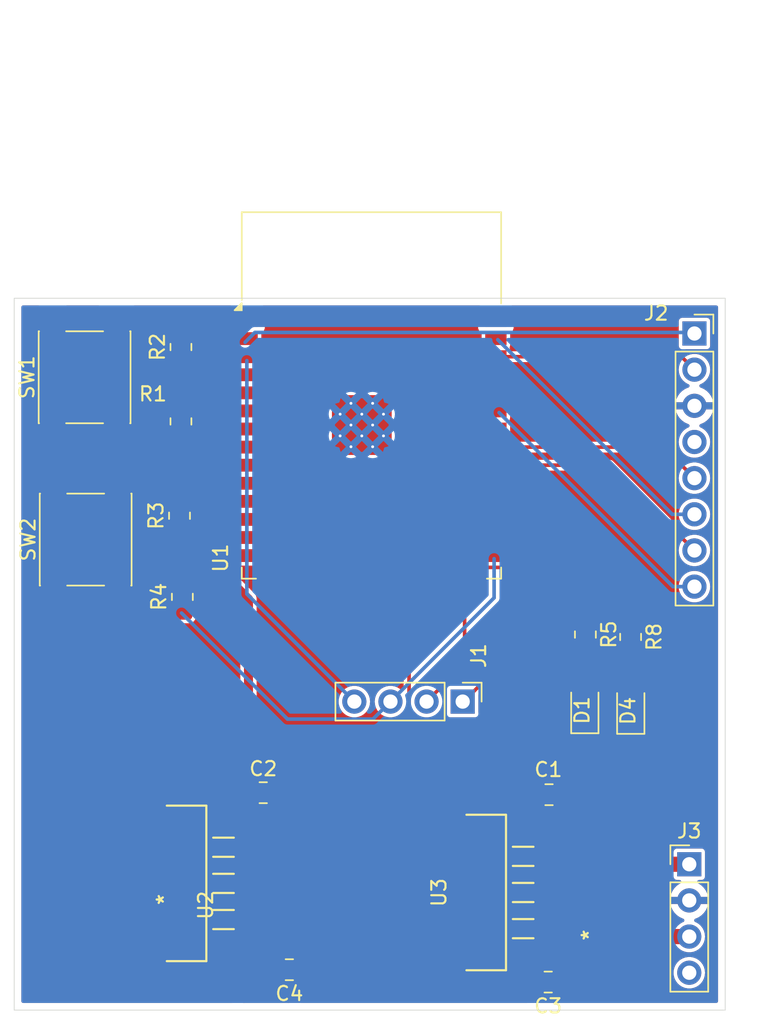
<source format=kicad_pcb>
(kicad_pcb (version 20240108) (generator "pcbnew") (generator_version "8.0")
  (layers (0 "F.Cu" signal) (31 "B.Cu" signal) (34 "B.Paste" user) (35 "F.Paste" user) (36 "B.SilkS" user "B.Silkscreen") (37 "F.SilkS" user "F.Silkscreen") (38 "B.Mask" user) (39 "F.Mask" user) (44 "Edge.Cuts" user))
  (net 0 "")
  (net 1 "GND")
  (net 2 "/5V")
  (net 3 "/12V")
  (net 4 "Net-(D1-A)")
  (net 5 "Net-(D4-A)")
  (net 6 "Net-(D5-A)")
  (net 7 "Net-(J1-Pin_1)")
  (net 8 "Net-(J1-Pin_2)")
  (net 9 "/BOOT")
  (net 10 "/EN")
  (net 11 "/SCK")
  (net 12 "/MOSI")
  (net 13 "/NC")
  (net 14 "/SDA")
  (net 15 "/RST")
  (net 16 "/MISO")
  (net 17 "Net-(R2-Pad2)")
  (net 18 "Net-(R4-Pad2)")
  (net 30 "Net-(J3-Pin_4)")
  (net 41 "/Green")
  (net 42 "/RED")
  (net 43 "/Blue")
  (net 44 "VDD")
  (footprint "Resistor_SMD:R_0805_2012Metric_Pad1.20x1.40mm_HandSolder" (layer "F.Cu") (at 138.825 97.975 90)
    (property "Reference" "R4" (at 0 -1.65 -90) (layer "F.SilkS"))
    (property "Value" "470")
    (fp_line (start -0.227064 -0.735) (end 0.227064 -0.735) (stroke (width 0.12)) (layer "F.SilkS"))
    (fp_line (start -0.227064 0.735) (end 0.227064 0.735) (stroke (width 0.12)) (layer "F.SilkS"))
    (pad "1" smd roundrect (at -1 0 90) (size 1.2 1.4) (layers "F.Cu" "F.Paste" "F.Mask") (roundrect_rratio 0.208333) (net 9 "/BOOT"))
    (pad "2" smd roundrect (at 1 0 90) (size 1.2 1.4) (layers "F.Cu" "F.Paste" "F.Mask") (roundrect_rratio 0.208333) (net 18 "Net-(R4-Pad2)"))
  )
  (footprint "Connector_PinHeader_2.54mm:PinHeader_1x04_P2.54mm_Vertical" (layer "F.Cu") (at 158.54 105.33 -90)
    (property "Reference" "J1" (at -3.225 -1.125 90) (layer "F.SilkS"))
    (property "Value" "Conn_01x04_Pin")
    (fp_line (start -1.33 8.95) (end 1.33 8.95) (stroke (width 0.12)) (layer "F.SilkS"))
    (fp_line (start -1.33 1.27) (end -1.33 8.95) (stroke (width 0.12)) (layer "F.SilkS"))
    (fp_line (start -1.33 1.27) (end 1.33 1.27) (stroke (width 0.12)) (layer "F.SilkS"))
    (fp_line (start 1.33 1.27) (end 1.33 8.95) (stroke (width 0.12)) (layer "F.SilkS"))
    (fp_line (start -1.33 0) (end -1.33 -1.33) (stroke (width 0.12)) (layer "F.SilkS"))
    (fp_line (start -1.33 -1.33) (end 0 -1.33) (stroke (width 0.12)) (layer "F.SilkS"))
    (pad "1" thru_hole rect (at 0 0 270) (size 1.7 1.7) (drill 1) (layers "*.Cu" "*.Mask") (net 7 "Net-(J1-Pin_1)"))
    (pad "2" thru_hole oval (at 0 2.54 270) (size 1.7 1.7) (drill 1) (layers "*.Cu" "*.Mask") (net 8 "Net-(J1-Pin_2)"))
    (pad "3" thru_hole oval (at 0 5.08 270) (size 1.7 1.7) (drill 1) (layers "*.Cu" "*.Mask") (net 9 "/BOOT"))
    (pad "4" thru_hole oval (at 0 7.62 270) (size 1.7 1.7) (drill 1) (layers "*.Cu" "*.Mask") (net 10 "/EN"))
  )
  (footprint "footprints_5v:TO263-3LD_MCH" (layer "F.Cu") (at 156.8747 118.74 90)
    (property "Reference" "U3" (at 0 0 90) (layer "F.SilkS"))
    (property "Value" "MIC2940A-5.0WU")
    (fp_line (start -5.461 1.929749) (end -5.461 4.7117) (stroke (width 0.1524)) (layer "F.SilkS"))
    (fp_line (start 5.461 4.7117) (end 5.461 1.929749) (stroke (width 0.1524)) (layer "F.SilkS"))
    (fp_line (start -5.461 4.7117) (end 5.461 4.7117) (stroke (width 0.1524)) (layer "F.SilkS"))
    (fp_line (start 3.2131 5.1943) (end 3.2131 6.6421) (stroke (width 0.1524)) (layer "F.SilkS"))
    (fp_line (start 1.8669 5.1943) (end 1.8669 6.6421) (stroke (width 0.1524)) (layer "F.SilkS"))
    (fp_line (start 0.6731 5.1943) (end 0.6731 6.6421) (stroke (width 0.1524)) (layer "F.SilkS"))
    (fp_line (start -0.6731 5.1943) (end -0.6731 6.6421) (stroke (width 0.1524)) (layer "F.SilkS"))
    (fp_line (start -1.8669 5.1943) (end -1.8669 6.6421) (stroke (width 0.1524)) (layer "F.SilkS"))
    (fp_line (start -3.2131 5.1943) (end -3.2131 6.6421) (stroke (width 0.1524)) (layer "F.SilkS"))
    (fp_text user "*" (at -2.99 10.5753 -90) (layer "F.SilkS"))
    (fp_text user "*" (at -2.99 10.5753 90) (layer "F.SilkS"))
    (pad "1" smd rect (at -2.54 8.7503 90) (size 1.397 3.5052) (layers "F.Cu" "F.Paste" "F.Mask") (net 3 "/12V"))
    (pad "2" smd rect (at 0 8.7503 90) (size 1.397 3.5052) (layers "F.Cu" "F.Paste" "F.Mask") (net 1 "GND"))
    (pad "3" smd rect (at 2.54 8.7503 90) (size 1.397 3.5052) (layers "F.Cu" "F.Paste" "F.Mask") (net 2 "/5V"))
    (pad "4" smd rect (at 0 -2.5908 90) (size 10.7188 8.4074) (layers "F.Cu" "F.Paste" "F.Mask") (net 1 "GND"))
  )
  (footprint "Capacitor_SMD:C_0805_2012Metric_Pad1.18x1.45mm_HandSolder" (layer "F.Cu") (at 164.6125 111.87)
    (property "Reference" "C1" (at -0.05 -1.7625 0) (layer "F.SilkS"))
    (property "Value" "10u")
    (fp_line (start -0.261252 -0.735) (end 0.261252 -0.735) (stroke (width 0.12)) (layer "F.SilkS"))
    (fp_line (start -0.261252 0.735) (end 0.261252 0.735) (stroke (width 0.12)) (layer "F.SilkS"))
    (pad "1" smd roundrect (at -1.0375 0) (size 1.175 1.45) (layers "F.Cu" "F.Paste" "F.Mask") (roundrect_rratio 0.212766) (net 2 "/5V"))
    (pad "2" smd roundrect (at 1.0375 0) (size 1.175 1.45) (layers "F.Cu" "F.Paste" "F.Mask") (roundrect_rratio 0.212766) (net 1 "GND"))
  )
  (footprint "Resistor_SMD:R_0805_2012Metric_Pad1.20x1.40mm_HandSolder" (layer "F.Cu") (at 138.725 80.425 90)
    (property "Reference" "R2" (at 0 -1.65 -90) (layer "F.SilkS"))
    (property "Value" "470")
    (fp_line (start -0.227064 -0.735) (end 0.227064 -0.735) (stroke (width 0.12)) (layer "F.SilkS"))
    (fp_line (start -0.227064 0.735) (end 0.227064 0.735) (stroke (width 0.12)) (layer "F.SilkS"))
    (pad "1" smd roundrect (at -1 0 90) (size 1.2 1.4) (layers "F.Cu" "F.Paste" "F.Mask") (roundrect_rratio 0.208333) (net 10 "/EN"))
    (pad "2" smd roundrect (at 1 0 90) (size 1.2 1.4) (layers "F.Cu" "F.Paste" "F.Mask") (roundrect_rratio 0.208333) (net 17 "Net-(R2-Pad2)"))
  )
  (footprint "Connector_PinSocket_2.54mm:PinSocket_1x08_P2.54mm_Vertical" (layer "F.Cu") (at 174.84 79.475)
    (property "Reference" "J2" (at -2.69 -1.425 0) (layer "F.SilkS"))
    (property "Value" "Conn_01x08_Pin")
    (fp_line (start -1.33 1.27) (end -1.33 19.11) (stroke (width 0.12)) (layer "F.SilkS"))
    (fp_line (start -1.33 1.27) (end 1.33 1.27) (stroke (width 0.12)) (layer "F.SilkS"))
    (fp_line (start -1.33 19.11) (end 1.33 19.11) (stroke (width 0.12)) (layer "F.SilkS"))
    (fp_line (start 0 -1.33) (end 1.33 -1.33) (stroke (width 0.12)) (layer "F.SilkS"))
    (fp_line (start 1.33 -1.33) (end 1.33 0) (stroke (width 0.12)) (layer "F.SilkS"))
    (fp_line (start 1.33 1.27) (end 1.33 19.11) (stroke (width 0.12)) (layer "F.SilkS"))
    (pad "1" thru_hole rect (at 0 0) (size 1.7 1.7) (drill 1) (layers "*.Cu" "*.Mask") (net 44 "VDD"))
    (pad "2" thru_hole oval (at 0 2.54) (size 1.7 1.7) (drill 1) (layers "*.Cu" "*.Mask") (net 15 "/RST"))
    (pad "3" thru_hole oval (at 0 5.08) (size 1.7 1.7) (drill 1) (layers "*.Cu" "*.Mask") (net 1 "GND"))
    (pad "4" thru_hole oval (at 0 7.62) (size 1.7 1.7) (drill 1) (layers "*.Cu" "*.Mask") (net 13 "/NC"))
    (pad "5" thru_hole oval (at 0 10.16) (size 1.7 1.7) (drill 1) (layers "*.Cu" "*.Mask") (net 16 "/MISO"))
    (pad "6" thru_hole oval (at 0 12.7) (size 1.7 1.7) (drill 1) (layers "*.Cu" "*.Mask") (net 12 "/MOSI"))
    (pad "7" thru_hole oval (at 0 15.24) (size 1.7 1.7) (drill 1) (layers "*.Cu" "*.Mask") (net 11 "/SCK"))
    (pad "8" thru_hole oval (at 0 17.78) (size 1.7 1.7) (drill 1) (layers "*.Cu" "*.Mask") (net 14 "/SDA"))
  )
  (footprint "Resistor_SMD:R_0805_2012Metric_Pad1.20x1.40mm_HandSolder" (layer "F.Cu") (at 167.17 100.62 -90)
    (property "Reference" "R5" (at 0 -1.65 90) (layer "F.SilkS"))
    (property "Value" "470")
    (fp_line (start -0.227064 0.735) (end 0.227064 0.735) (stroke (width 0.12)) (layer "F.SilkS"))
    (fp_line (start -0.227064 -0.735) (end 0.227064 -0.735) (stroke (width 0.12)) (layer "F.SilkS"))
    (pad "1" smd roundrect (at -1 0 270) (size 1.2 1.4) (layers "F.Cu" "F.Paste" "F.Mask") (roundrect_rratio 0.208333) (net 41 "/Green"))
    (pad "2" smd roundrect (at 1 0 270) (size 1.2 1.4) (layers "F.Cu" "F.Paste" "F.Mask") (roundrect_rratio 0.208333) (net 4 "Net-(D1-A)"))
  )
  (footprint "Capacitor_SMD:C_0805_2012Metric_Pad1.18x1.45mm_HandSolder" (layer "F.Cu") (at 164.5525 125.03 180)
    (property "Reference" "C3" (at 0 -1.68 180) (layer "F.SilkS"))
    (property "Value" "0.22")
    (fp_line (start -0.261252 0.735) (end 0.261252 0.735) (stroke (width 0.12)) (layer "F.SilkS"))
    (fp_line (start -0.261252 -0.735) (end 0.261252 -0.735) (stroke (width 0.12)) (layer "F.SilkS"))
    (pad "1" smd roundrect (at -1.0375 0 180) (size 1.175 1.45) (layers "F.Cu" "F.Paste" "F.Mask") (roundrect_rratio 0.212766) (net 3 "/12V"))
    (pad "2" smd roundrect (at 1.0375 0 180) (size 1.175 1.45) (layers "F.Cu" "F.Paste" "F.Mask") (roundrect_rratio 0.212766) (net 1 "GND"))
  )
  (footprint "Resistor_SMD:R_0805_2012Metric_Pad1.20x1.40mm_HandSolder" (layer "F.Cu") (at 138.725 85.65 90)
    (property "Reference" "R1" (at 1.925 -1.975 0) (layer "F.SilkS"))
    (property "Value" "12K")
    (fp_line (start -0.227064 -0.735) (end 0.227064 -0.735) (stroke (width 0.12)) (layer "F.SilkS"))
    (fp_line (start -0.227064 0.735) (end 0.227064 0.735) (stroke (width 0.12)) (layer "F.SilkS"))
    (pad "1" smd roundrect (at -1 0 90) (size 1.2 1.4) (layers "F.Cu" "F.Paste" "F.Mask") (roundrect_rratio 0.208333) (net 44 "VDD"))
    (pad "2" smd roundrect (at 1 0 90) (size 1.2 1.4) (layers "F.Cu" "F.Paste" "F.Mask") (roundrect_rratio 0.208333) (net 10 "/EN"))
  )
  (footprint "RF_Module:ESP32-WROOM-32" (layer "F.Cu") (at 152.125 86.815)
    (property "Reference" "U1" (at -10.61 8.43 90) (layer "F.SilkS"))
    (property "Value" "ESP32-WROOM-32")
    (fp_line (start -9.12 -15.86) (end -9.12 -9.7) (stroke (width 0.12)) (layer "F.SilkS"))
    (fp_line (start -9.12 -15.86) (end 9.12 -15.86) (stroke (width 0.12)) (layer "F.SilkS"))
    (fp_line (start -9.12 9.1) (end -9.12 9.88) (stroke (width 0.12)) (layer "F.SilkS"))
    (fp_line (start -9.12 9.88) (end -8.12 9.88) (stroke (width 0.12)) (layer "F.SilkS"))
    (fp_line (start 9.12 -15.86) (end 9.12 -9.445) (stroke (width 0.12)) (layer "F.SilkS"))
    (fp_line (start 9.12 9.1) (end 9.12 9.88) (stroke (width 0.12)) (layer "F.SilkS"))
    (fp_line (start 9.12 9.88) (end 8.12 9.88) (stroke (width 0.12)) (layer "F.SilkS"))
    (fp_poly (pts (xy -9.125 -8.975) (xy -9.625 -8.975) (xy -9.125 -9.475) (xy -9.125 -8.975)) (stroke (width 0.12)) (fill solid) (layer "F.SilkS"))
    (pad "1" smd rect (at -8.75 -8.25) (size 1.5 0.9) (layers "F.Cu" "F.Paste" "F.Mask") (net 1 "GND"))
    (pad "2" smd rect (at -8.75 -6.98) (size 1.5 0.9) (layers "F.Cu" "F.Paste" "F.Mask") (net 44 "VDD"))
    (pad "3" smd rect (at -8.75 -5.71) (size 1.5 0.9) (layers "F.Cu" "F.Paste" "F.Mask") (net 10 "/EN"))
    (pad "4" smd rect (at -8.75 -4.44) (size 1.5 0.9) (layers "F.Cu" "F.Paste" "F.Mask"))
    (pad "5" smd rect (at -8.75 -3.17) (size 1.5 0.9) (layers "F.Cu" "F.Paste" "F.Mask"))
    (pad "6" smd rect (at -8.75 -1.9) (size 1.5 0.9) (layers "F.Cu" "F.Paste" "F.Mask"))
    (pad "7" smd rect (at -8.75 -0.63) (size 1.5 0.9) (layers "F.Cu" "F.Paste" "F.Mask"))
    (pad "8" smd rect (at -8.75 0.64) (size 1.5 0.9) (layers "F.Cu" "F.Paste" "F.Mask"))
    (pad "9" smd rect (at -8.75 1.91) (size 1.5 0.9) (layers "F.Cu" "F.Paste" "F.Mask"))
    (pad "10" smd rect (at -8.75 3.18) (size 1.5 0.9) (layers "F.Cu" "F.Paste" "F.Mask"))
    (pad "11" smd rect (at -8.75 4.45) (size 1.5 0.9) (layers "F.Cu" "F.Paste" "F.Mask"))
    (pad "12" smd rect (at -8.75 5.72) (size 1.5 0.9) (layers "F.Cu" "F.Paste" "F.Mask"))
    (pad "13" smd rect (at -8.75 6.99) (size 1.5 0.9) (layers "F.Cu" "F.Paste" "F.Mask"))
    (pad "14" smd rect (at -8.75 8.26) (size 1.5 0.9) (layers "F.Cu" "F.Paste" "F.Mask"))
    (pad "15" smd rect (at -5.71 9.51 90) (size 1.5 0.9) (layers "F.Cu" "F.Paste" "F.Mask") (net 1 "GND"))
    (pad "16" smd rect (at -4.44 9.51 90) (size 1.5 0.9) (layers "F.Cu" "F.Paste" "F.Mask"))
    (pad "17" smd rect (at -3.17 9.51 90) (size 1.5 0.9) (layers "F.Cu" "F.Paste" "F.Mask"))
    (pad "18" smd rect (at -1.9 9.51 90) (size 1.5 0.9) (layers "F.Cu" "F.Paste" "F.Mask"))
    (pad "19" smd rect (at -0.63 9.51 90) (size 1.5 0.9) (layers "F.Cu" "F.Paste" "F.Mask"))
    (pad "20" smd rect (at 0.64 9.51 90) (size 1.5 0.9) (layers "F.Cu" "F.Paste" "F.Mask"))
    (pad "21" smd rect (at 1.91 9.51 90) (size 1.5 0.9) (layers "F.Cu" "F.Paste" "F.Mask"))
    (pad "22" smd rect (at 3.18 9.51 90) (size 1.5 0.9) (layers "F.Cu" "F.Paste" "F.Mask"))
    (pad "23" smd rect (at 4.45 9.51 90) (size 1.5 0.9) (layers "F.Cu" "F.Paste" "F.Mask") (net 43 "/Blue"))
    (pad "24" smd rect (at 5.72 9.51 90) (size 1.5 0.9) (layers "F.Cu" "F.Paste" "F.Mask") (net 41 "/Green"))
    (pad "25" smd rect (at 8.75 8.26) (size 1.5 0.9) (layers "F.Cu" "F.Paste" "F.Mask") (net 9 "/BOOT"))
    (pad "26" smd rect (at 8.75 6.99) (size 1.5 0.9) (layers "F.Cu" "F.Paste" "F.Mask") (net 42 "/RED"))
    (pad "27" smd rect (at 8.75 5.72) (size 1.5 0.9) (layers "F.Cu" "F.Paste" "F.Mask"))
    (pad "28" smd rect (at 8.75 4.45) (size 1.5 0.9) (layers "F.Cu" "F.Paste" "F.Mask"))
    (pad "29" smd rect (at 8.75 3.18) (size 1.5 0.9) (layers "F.Cu" "F.Paste" "F.Mask") (net 30 "Net-(J3-Pin_4)"))
    (pad "30" smd rect (at 8.75 1.91) (size 1.5 0.9) (layers "F.Cu" "F.Paste" "F.Mask") (net 11 "/SCK"))
    (pad "31" smd rect (at 8.75 0.64) (size 1.5 0.9) (layers "F.Cu" "F.Paste" "F.Mask") (net 16 "/MISO"))
    (pad "32" smd rect (at 8.75 -0.63) (size 1.5 0.9) (layers "F.Cu" "F.Paste" "F.Mask"))
    (pad "33" smd rect (at 8.75 -1.9) (size 1.5 0.9) (layers "F.Cu" "F.Paste" "F.Mask") (net 14 "/SDA"))
    (pad "34" smd rect (at 8.75 -3.17) (size 1.5 0.9) (layers "F.Cu" "F.Paste" "F.Mask") (net 7 "Net-(J1-Pin_1)"))
    (pad "35" smd rect (at 8.75 -4.44) (size 1.5 0.9) (layers "F.Cu" "F.Paste" "F.Mask") (net 8 "Net-(J1-Pin_2)"))
    (pad "36" smd rect (at 8.75 -5.71) (size 1.5 0.9) (layers "F.Cu" "F.Paste" "F.Mask") (net 15 "/RST"))
    (pad "37" smd rect (at 8.75 -6.98) (size 1.5 0.9) (layers "F.Cu" "F.Paste" "F.Mask") (net 12 "/MOSI"))
    (pad "38" smd rect (at 8.75 -8.25) (size 1.5 0.9) (layers "F.Cu" "F.Paste" "F.Mask") (net 1 "GND"))
    (pad "39" smd rect (at -2.205 -2.435) (size 1.05 1.05) (layers "F.Cu" "F.Paste") (net 1 "GND"))
    (pad "39" thru_hole circle (at -2.205 -1.6725) (size 0.6 0.6) (drill 0.2) (property pad_prop_heatsink) (layers "*.Cu" "F.Mask") (net 1 "GND"))
    (pad "39" smd rect (at -2.205 -0.91) (size 1.05 1.05) (layers "F.Cu" "F.Paste") (net 1 "GND"))
    (pad "39" thru_hole circle (at -2.205 -0.1475) (size 0.6 0.6) (drill 0.2) (property pad_prop_heatsink) (layers "*.Cu" "F.Mask") (net 1 "GND"))
    (pad "39" smd rect (at -2.205 0.615) (size 1.05 1.05) (layers "F.Cu" "F.Paste") (net 1 "GND"))
    (pad "39" thru_hole circle (at -1.4425 -2.435) (size 0.6 0.6) (drill 0.2) (property pad_prop_heatsink) (layers "*.Cu" "F.Mask") (net 1 "GND"))
    (pad "39" thru_hole circle (at -1.4425 -0.91) (size 0.6 0.6) (drill 0.2) (property pad_prop_heatsink) (layers "*.Cu" "F.Mask") (net 1 "GND"))
    (pad "39" thru_hole circle (at -1.4425 0.615) (size 0.6 0.6) (drill 0.2) (property pad_prop_heatsink) (layers "*.Cu" "F.Mask") (net 1 "GND"))
    (pad "39" smd rect (at -0.68 -2.435) (size 1.05 1.05) (layers "F.Cu" "F.Paste") (net 1 "GND"))
    (pad "39" thru_hole circle (at -0.68 -1.6725) (size 0.6 0.6) (drill 0.2) (property pad_prop_heatsink) (layers "*.Cu" "F.Mask") (net 1 "GND"))
    (pad "39" smd rect (at -0.68 -0.91) (size 1.05 1.05) (layers "F.Cu" "F.Paste") (net 1 "GND"))
    (pad "39" smd rect (at -0.68 -0.91) (size 4.2 4.2) (layers "F.Cu" "F.Mask") (net 1 "GND"))
    (pad "39" thru_hole circle (at -0.68 -0.1475) (size 0.6 0.6) (drill 0.2) (property pad_prop_heatsink) (layers "*.Cu" "F.Mask") (net 1 "GND"))
    (pad "39" smd rect (at -0.68 0.615) (size 1.05 1.05) (layers "F.Cu" "F.Paste") (net 1 "GND"))
    (pad "39" thru_hole circle (at 0.0825 -2.435) (size 0.6 0.6) (drill 0.2) (property pad_prop_heatsink) (layers "*.Cu" "F.Mask") (net 1 "GND"))
    (pad "39" thru_hole circle (at 0.0825 -0.91) (size 0.6 0.6) (drill 0.2) (property pad_prop_heatsink) (layers "*.Cu" "F.Mask") (net 1 "GND"))
    (pad "39" thru_hole circle (at 0.0825 0.615) (size 0.6 0.6) (drill 0.2) (property pad_prop_heatsink) (layers "*.Cu" "F.Mask") (net 1 "GND"))
    (pad "39" smd rect (at 0.845 -2.435) (size 1.05 1.05) (layers "F.Cu" "F.Paste") (net 1 "GND"))
    (pad "39" thru_hole circle (at 0.845 -1.6725) (size 0.6 0.6) (drill 0.2) (property pad_prop_heatsink) (layers "*.Cu" "F.Mask") (net 1 "GND"))
    (pad "39" smd rect (at 0.845 -0.91) (size 1.05 1.05) (layers "F.Cu" "F.Paste") (net 1 "GND"))
    (pad "39" thru_hole circle (at 0.845 -0.1475) (size 0.6 0.6) (drill 0.2) (property pad_prop_heatsink) (layers "*.Cu" "F.Mask") (net 1 "GND"))
    (pad "39" smd rect (at 0.845 0.615) (size 1.05 1.05) (layers "F.Cu" "F.Paste") (net 1 "GND"))
    (zone (net 0) (net_name "") (layers "F.Cu" "In1.Cu" "B.Cu") (connect_pads (clearance 0)) (min_thickness 0.254)
      (keepout (tracks not_allowed) (vias not_allowed) (pads not_allowed) (copperpour not_allowed) (footprints not_allowed))
      (fill (thermal_gap 0.508) (thermal_bridge_width 0.508))
      (polygon (pts (xy 128.125 77.015) (xy 176.125 77.015) (xy 176.125 56.075) (xy 128.125 56.075)))
    )
  )
  (footprint "footprints:TO263-3LD_MCH" (layer "F.Cu") (at 135.8 118.1 90)
    (property "Reference" "U2" (at -1.535 4.6643 90) (layer "F.SilkS"))
    (property "Value" "MIC2940A-3.3WU")
    (fp_line (start -5.461 1.929749) (end -5.461 4.7117) (stroke (width 0.1524)) (layer "F.SilkS"))
    (fp_line (start 5.461 4.7117) (end 5.461 1.929749) (stroke (width 0.1524)) (layer "F.SilkS"))
    (fp_line (start -5.461 4.7117) (end 5.461 4.7117) (stroke (width 0.1524)) (layer "F.SilkS"))
    (fp_line (start 3.2131 5.1943) (end 3.2131 6.6421) (stroke (width 0.1524)) (layer "F.SilkS"))
    (fp_line (start 1.8669 5.1943) (end 1.8669 6.6421) (stroke (width 0.1524)) (layer "F.SilkS"))
    (fp_line (start 0.6731 5.1943) (end 0.6731 6.6421) (stroke (width 0.1524)) (layer "F.SilkS"))
    (fp_line (start -0.6731 5.1943) (end -0.6731 6.6421) (stroke (width 0.1524)) (layer "F.SilkS"))
    (fp_line (start -1.8669 5.1943) (end -1.8669 6.6421) (stroke (width 0.1524)) (layer "F.SilkS"))
    (fp_line (start -3.2131 5.1943) (end -3.2131 6.6421) (stroke (width 0.1524)) (layer "F.SilkS"))
    (fp_text user "*" (at -1.13 1.7646 -90) (layer "F.SilkS"))
    (fp_text user "*" (at -1.13 1.7646 90) (layer "F.SilkS"))
    (pad "1" smd rect (at -2.54 8.7503 90) (size 1.397 3.5052) (layers "F.Cu" "F.Paste" "F.Mask") (net 2 "/5V"))
    (pad "2" smd rect (at 0 8.7503 90) (size 1.397 3.5052) (layers "F.Cu" "F.Paste" "F.Mask") (net 1 "GND"))
    (pad "3" smd rect (at 2.54 8.7503 90) (size 1.397 3.5052) (layers "F.Cu" "F.Paste" "F.Mask") (net 44 "VDD"))
    (pad "4" smd rect (at 0 -2.5908 90) (size 10.7188 8.4074) (layers "F.Cu" "F.Paste" "F.Mask") (net 1 "GND"))
  )
  (footprint "Resistor_SMD:R_0805_2012Metric_Pad1.20x1.40mm_HandSolder" (layer "F.Cu") (at 170.35 100.79 -90)
    (property "Reference" "R8" (at 0 -1.65 90) (layer "F.SilkS"))
    (property "Value" "470")
    (fp_line (start -0.227064 0.735) (end 0.227064 0.735) (stroke (width 0.12)) (layer "F.SilkS"))
    (fp_line (start -0.227064 -0.735) (end 0.227064 -0.735) (stroke (width 0.12)) (layer "F.SilkS"))
    (pad "1" smd roundrect (at -1 0 270) (size 1.2 1.4) (layers "F.Cu" "F.Paste" "F.Mask") (roundrect_rratio 0.208333) (net 42 "/RED"))
    (pad "2" smd roundrect (at 1 0 270) (size 1.2 1.4) (layers "F.Cu" "F.Paste" "F.Mask") (roundrect_rratio 0.208333) (net 5 "Net-(D4-A)"))
  )
  (footprint "Button_Switch_SMD:SW_Push_1P1T_NO_6x6mm_H9.5mm" (layer "F.Cu") (at 131.95 82.55 90)
    (property "Reference" "SW1" (at 0 -4.05 -90) (layer "F.SilkS"))
    (property "Value" "SW_Push")
    (fp_line (start 3.23 -3.23) (end 3.23 -3.2) (stroke (width 0.12)) (layer "F.SilkS"))
    (fp_line (start -3.23 -3.23) (end 3.23 -3.23) (stroke (width 0.12)) (layer "F.SilkS"))
    (fp_line (start -3.23 -3.2) (end -3.23 -3.23) (stroke (width 0.12)) (layer "F.SilkS"))
    (fp_line (start 3.23 -1.3) (end 3.23 1.3) (stroke (width 0.12)) (layer "F.SilkS"))
    (fp_line (start -3.23 -1.3) (end -3.23 1.3) (stroke (width 0.12)) (layer "F.SilkS"))
    (fp_line (start 3.23 3.23) (end 3.23 3.2) (stroke (width 0.12)) (layer "F.SilkS"))
    (fp_line (start -3.23 3.23) (end -3.23 3.2) (stroke (width 0.12)) (layer "F.SilkS"))
    (fp_line (start -3.23 3.23) (end 3.23 3.23) (stroke (width 0.12)) (layer "F.SilkS"))
    (pad "1" smd rect (at -3.975 -2.25 90) (size 1.55 1.3) (layers "F.Cu" "F.Paste" "F.Mask") (net 17 "Net-(R2-Pad2)"))
    (pad "1" smd rect (at 3.975 -2.25 90) (size 1.55 1.3) (layers "F.Cu" "F.Paste" "F.Mask") (net 17 "Net-(R2-Pad2)"))
    (pad "2" smd rect (at -3.975 2.25 90) (size 1.55 1.3) (layers "F.Cu" "F.Paste" "F.Mask") (net 1 "GND"))
    (pad "2" smd rect (at 3.975 2.25 90) (size 1.55 1.3) (layers "F.Cu" "F.Paste" "F.Mask") (net 1 "GND"))
  )
  (footprint "LED_SMD:LED_0805_2012Metric_Pad1.15x1.40mm_HandSolder" (layer "F.Cu") (at 170.36 105.735 90)
    (property "Reference" "D4" (at -0.25 -0.195 -90) (layer "F.SilkS"))
    (property "Value" "RED LED")
    (fp_line (start 1 -0.96) (end -1.86 -0.96) (stroke (width 0.12)) (layer "F.SilkS"))
    (fp_line (start -1.86 -0.96) (end -1.86 0.96) (stroke (width 0.12)) (layer "F.SilkS"))
    (fp_line (start -1.86 0.96) (end 1 0.96) (stroke (width 0.12)) (layer "F.SilkS"))
    (pad "1" smd roundrect (at -1.025 0 90) (size 1.15 1.4) (layers "F.Cu" "F.Paste" "F.Mask") (roundrect_rratio 0.217391) (net 1 "GND"))
    (pad "2" smd roundrect (at 1.025 0 90) (size 1.15 1.4) (layers "F.Cu" "F.Paste" "F.Mask") (roundrect_rratio 0.217391) (net 5 "Net-(D4-A)"))
  )
  (footprint "LED_SMD:LED_0805_2012Metric_Pad1.15x1.40mm_HandSolder" (layer "F.Cu") (at 167.13 105.695 90)
    (property "Reference" "D1" (at -0.25 -0.195 -90) (layer "F.SilkS"))
    (property "Value" "Green LED")
    (fp_line (start 1 -0.96) (end -1.86 -0.96) (stroke (width 0.12)) (layer "F.SilkS"))
    (fp_line (start -1.86 -0.96) (end -1.86 0.96) (stroke (width 0.12)) (layer "F.SilkS"))
    (fp_line (start -1.86 0.96) (end 1 0.96) (stroke (width 0.12)) (layer "F.SilkS"))
    (pad "1" smd roundrect (at -1.025 0 90) (size 1.15 1.4) (layers "F.Cu" "F.Paste" "F.Mask") (roundrect_rratio 0.217391) (net 1 "GND"))
    (pad "2" smd roundrect (at 1.025 0 90) (size 1.15 1.4) (layers "F.Cu" "F.Paste" "F.Mask") (roundrect_rratio 0.217391) (net 4 "Net-(D1-A)"))
  )
  (footprint "Connector_PinHeader_2.54mm:PinHeader_1x04_P2.54mm_Vertical" (layer "F.Cu") (at 174.475 116.755)
    (property "Reference" "J3" (at 0 -2.33 0) (layer "F.SilkS"))
    (property "Value" "Conn_01x04_Pin")
    (fp_line (start -1.33 -1.33) (end 0 -1.33) (stroke (width 0.12)) (layer "F.SilkS"))
    (fp_line (start -1.33 0) (end -1.33 -1.33) (stroke (width 0.12)) (layer "F.SilkS"))
    (fp_line (start -1.33 1.27) (end -1.33 8.95) (stroke (width 0.12)) (layer "F.SilkS"))
    (fp_line (start -1.33 1.27) (end 1.33 1.27) (stroke (width 0.12)) (layer "F.SilkS"))
    (fp_line (start -1.33 8.95) (end 1.33 8.95) (stroke (width 0.12)) (layer "F.SilkS"))
    (fp_line (start 1.33 1.27) (end 1.33 8.95) (stroke (width 0.12)) (layer "F.SilkS"))
    (pad "1" thru_hole rect (at 0 0) (size 1.7 1.7) (drill 1) (layers "*.Cu" "*.Mask") (net 2 "/5V"))
    (pad "2" thru_hole oval (at 0 2.54) (size 1.7 1.7) (drill 1) (layers "*.Cu" "*.Mask") (net 1 "GND"))
    (pad "3" thru_hole oval (at 0 5.08) (size 1.7 1.7) (drill 1) (layers "*.Cu" "*.Mask") (net 3 "/12V"))
    (pad "4" thru_hole oval (at 0 7.62) (size 1.7 1.7) (drill 1) (layers "*.Cu" "*.Mask") (net 30 "Net-(J3-Pin_4)"))
  )
  (footprint "Resistor_SMD:R_0805_2012Metric_Pad1.20x1.40mm_HandSolder" (layer "F.Cu") (at 138.625 92.275 90)
    (property "Reference" "R3" (at 0 -1.65 -90) (layer "F.SilkS"))
    (property "Value" "12K")
    (fp_line (start -0.227064 -0.735) (end 0.227064 -0.735) (stroke (width 0.12)) (layer "F.SilkS"))
    (fp_line (start -0.227064 0.735) (end 0.227064 0.735) (stroke (width 0.12)) (layer "F.SilkS"))
    (pad "1" smd roundrect (at -1 0 90) (size 1.2 1.4) (layers "F.Cu" "F.Paste" "F.Mask") (roundrect_rratio 0.208333) (net 44 "VDD"))
    (pad "2" smd roundrect (at 1 0 90) (size 1.2 1.4) (layers "F.Cu" "F.Paste" "F.Mask") (roundrect_rratio 0.208333) (net 9 "/BOOT"))
  )
  (footprint "Button_Switch_SMD:SW_Push_1P1T_NO_6x6mm_H9.5mm" (layer "F.Cu") (at 132.025 93.95 90)
    (property "Reference" "SW2" (at 0 -4.05 -90) (layer "F.SilkS"))
    (property "Value" "SW_Push")
    (fp_line (start 3.23 -3.23) (end 3.23 -3.2) (stroke (width 0.12)) (layer "F.SilkS"))
    (fp_line (start -3.23 -3.23) (end 3.23 -3.23) (stroke (width 0.12)) (layer "F.SilkS"))
    (fp_line (start -3.23 -3.2) (end -3.23 -3.23) (stroke (width 0.12)) (layer "F.SilkS"))
    (fp_line (start 3.23 -1.3) (end 3.23 1.3) (stroke (width 0.12)) (layer "F.SilkS"))
    (fp_line (start -3.23 -1.3) (end -3.23 1.3) (stroke (width 0.12)) (layer "F.SilkS"))
    (fp_line (start 3.23 3.23) (end 3.23 3.2) (stroke (width 0.12)) (layer "F.SilkS"))
    (fp_line (start -3.23 3.23) (end -3.23 3.2) (stroke (width 0.12)) (layer "F.SilkS"))
    (fp_line (start -3.23 3.23) (end 3.23 3.23) (stroke (width 0.12)) (layer "F.SilkS"))
    (pad "1" smd rect (at -3.975 -2.25 90) (size 1.55 1.3) (layers "F.Cu" "F.Paste" "F.Mask") (net 18 "Net-(R4-Pad2)"))
    (pad "1" smd rect (at 3.975 -2.25 90) (size 1.55 1.3) (layers "F.Cu" "F.Paste" "F.Mask") (net 18 "Net-(R4-Pad2)"))
    (pad "2" smd rect (at -3.975 2.25 90) (size 1.55 1.3) (layers "F.Cu" "F.Paste" "F.Mask") (net 1 "GND"))
    (pad "2" smd rect (at 3.975 2.25 90) (size 1.55 1.3) (layers "F.Cu" "F.Paste" "F.Mask") (net 1 "GND"))
  )
  (footprint "Capacitor_SMD:C_0805_2012Metric_Pad1.18x1.45mm_HandSolder" (layer "F.Cu") (at 144.5125 111.73)
    (property "Reference" "C2" (at 0 -1.68 0) (layer "F.SilkS"))
    (property "Value" "10u")
    (fp_line (start -0.261252 -0.735) (end 0.261252 -0.735) (stroke (width 0.12)) (layer "F.SilkS"))
    (fp_line (start -0.261252 0.735) (end 0.261252 0.735) (stroke (width 0.12)) (layer "F.SilkS"))
    (pad "1" smd roundrect (at -1.0375 0) (size 1.175 1.45) (layers "F.Cu" "F.Paste" "F.Mask") (roundrect_rratio 0.212766) (net 44 "VDD"))
    (pad "2" smd roundrect (at 1.0375 0) (size 1.175 1.45) (layers "F.Cu" "F.Paste" "F.Mask") (roundrect_rratio 0.212766) (net 1 "GND"))
  )
  (footprint "Capacitor_SMD:C_0805_2012Metric_Pad1.18x1.45mm_HandSolder" (layer "F.Cu") (at 146.35 124.1625 180)
    (property "Reference" "C4" (at 0 -1.68 180) (layer "F.SilkS"))
    (property "Value" "0.22u")
    (fp_line (start -0.261252 0.735) (end 0.261252 0.735) (stroke (width 0.12)) (layer "F.SilkS"))
    (fp_line (start -0.261252 -0.735) (end 0.261252 -0.735) (stroke (width 0.12)) (layer "F.SilkS"))
    (pad "1" smd roundrect (at -1.0375 0 180) (size 1.175 1.45) (layers "F.Cu" "F.Paste" "F.Mask") (roundrect_rratio 0.212766) (net 2 "/5V"))
    (pad "2" smd roundrect (at 1.0375 0 180) (size 1.175 1.45) (layers "F.Cu" "F.Paste" "F.Mask") (roundrect_rratio 0.212766) (net 1 "GND"))
  )
  (gr_line (start 176.9999 77.0001) (end 176.9999 127) (stroke (width 0.05)) (layer "Edge.Cuts"))
  (gr_line (start 127 77.0001) (end 176.9999 77.0001) (stroke (width 0.05)) (layer "Edge.Cuts"))
  (gr_line (start 127 127) (end 176.9999 127) (stroke (width 0.05)) (layer "Edge.Cuts"))
  (gr_line (start 127 127) (end 127 77.0001) (stroke (width 0.05)) (layer "Edge.Cuts"))
  (segment (start 150.016 111.87) (end 147.3875 114.4985) (width 1.0668) (layer "F.Cu") (net 2))
  (segment (start 165.625 116.2) (end 165.625 116.175) (width 1.0668) (layer "F.Cu") (net 2))
  (segment (start 174.475 116.755) (end 166.18 116.755) (width 1.0668) (layer "F.Cu") (net 2))
  (segment (start 143.15 125.9666) (end 143.15 122.0403) (width 1.0668) (layer "F.Cu") (net 2))
  (segment (start 147.3875 124.8875) (end 146.3084 125.9666) (width 1.0668) (layer "F.Cu") (net 2))
  (segment (start 146.3084 125.9666) (end 143.15 125.9666) (width 1.0668) (layer "F.Cu") (net 2))
  (segment (start 143.15 122.0403) (end 144.5503 120.64) (width 1.0668) (layer "F.Cu") (net 2))
  (segment (start 147.3875 114.4985) (end 147.3875 124.1625) (width 1.0668) (layer "F.Cu") (net 2))
  (segment (start 163.575 114.125) (end 163.575 111.87) (width 1.0668) (layer "F.Cu") (net 2))
  (segment (start 163.575 111.87) (end 150.016 111.87) (width 1.0668) (layer "F.Cu") (net 2))
  (segment (start 165.625 116.175) (end 163.575 114.125) (width 1.0668) (layer "F.Cu") (net 2))
  (segment (start 166.18 116.755) (end 165.625 116.2) (width 1.0668) (layer "F.Cu") (net 2))
  (segment (start 147.3875 124.1625) (end 147.3875 124.8875) (width 1.0668) (layer "F.Cu") (net 2))
  (segment (start 165.625 124.995) (end 165.59 125.03) (width 1.0668) (layer "F.Cu") (net 3))
  (segment (start 166.18 121.835) (end 165.625 121.28) (width 1.0668) (layer "F.Cu") (net 3))
  (segment (start 165.625 121.28) (end 165.625 124.995) (width 1.0668) (layer "F.Cu") (net 3))
  (segment (start 174.475 121.835) (end 166.18 121.835) (width 1.0668) (layer "F.Cu") (net 3))
  (segment (start 167.17 101.62) (end 167.17 104.63) (width 0.254) (layer "F.Cu") (net 4))
  (segment (start 167.17 104.63) (end 167.13 104.67) (width 0.254) (layer "F.Cu") (net 4))
  (segment (start 170.35 104.7) (end 170.36 104.71) (width 0.254) (layer "F.Cu") (net 5))
  (segment (start 170.35 101.79) (end 170.35 104.7) (width 0.254) (layer "F.Cu") (net 5))
  (segment (start 163.93 104.5) (end 163.92 104.51) (width 0.254) (layer "F.Cu") (net 6))
  (segment (start 165.03 100.299296) (end 165.03 98.93) (width 0.254) (layer "F.Cu") (net 7))
  (segment (start 158.600704 105.33) (end 163.211704 100.719) (width 0.254) (layer "F.Cu") (net 7))
  (segment (start 162.006 95.906) (end 159.744 95.906) (width 0.254) (layer "F.Cu") (net 7))
  (segment (start 158.54 105.33) (end 158.600704 105.33) (width 0.254) (layer "F.Cu") (net 7))
  (segment (start 160.183 83.645) (end 160.875 83.645) (width 0.254) (layer "F.Cu") (net 7))
  (segment (start 164.610296 100.719) (end 165.03 100.299296) (width 0.254) (layer "F.Cu") (net 7))
  (segment (start 165.03 98.93) (end 162.006 95.906) (width 0.254) (layer "F.Cu") (net 7))
  (segment (start 159.744 95.906) (end 159.744 84.084) (width 0.254) (layer "F.Cu") (net 7))
  (segment (start 163.211704 100.719) (end 164.610296 100.719) (width 0.254) (layer "F.Cu") (net 7))
  (segment (start 159.744 84.084) (end 160.183 83.645) (width 0.254) (layer "F.Cu") (net 7))
  (segment (start 156 105.33) (end 158.676 102.654) (width 0.254) (layer "F.Cu") (net 8))
  (segment (start 160.183 82.375) (end 160.875 82.375) (width 0.254) (layer "F.Cu") (net 8))
  (segment (start 158.676 102.654) (end 158.676 83.882) (width 0.254) (layer "F.Cu") (net 8))
  (segment (start 158.676 83.882) (end 160.183 82.375) (width 0.254) (layer "F.Cu") (net 8))
  (segment (start 153.46 105.33) (end 160.75 98.04) (width 0.254) (layer "B.Cu") (net 9))
  (segment (start 152.229 106.561) (end 146.221 106.561) (width 0.254) (layer "B.Cu") (net 9))
  (segment (start 153.46 105.33) (end 152.229 106.561) (width 0.254) (layer "B.Cu") (net 9))
  (segment (start 160.75 98.04) (end 160.75 95.29) (width 0.254) (layer "B.Cu") (net 9))
  (segment (start 146.221 106.561) (end 138.77 99.11) (width 0.254) (layer "B.Cu") (net 9))
  (segment (start 143.055 81.425) (end 143.375 81.105) (width 0.254) (layer "F.Cu") (net 10))
  (segment (start 138.725 84.65) (end 138.725 81.425) (width 0.254) (layer "F.Cu") (net 10))
  (segment (start 143.36 97.77) (end 143.36 81.38) (width 0.254) (layer "B.Cu") (net 10))
  (segment (start 150.92 105.33) (end 143.36 97.77) (width 0.254) (layer "B.Cu") (net 10))
  (segment (start 160.875 88.725) (end 168.85 88.725) (width 0.254) (layer "F.Cu") (net 11))
  (segment (start 168.85 88.725) (end 174.84 94.715) (width 0.254) (layer "F.Cu") (net 11))
  (segment (start 173.275 92.175) (end 161.01 79.91) (width 0.254) (layer "B.Cu") (net 12))
  (segment (start 174.84 92.175) (end 173.275 92.175) (width 0.254) (layer "B.Cu") (net 12))
  (segment (start 173.325 97.255) (end 161.1 85.03) (width 0.254) (layer "B.Cu") (net 14))
  (segment (start 174.84 97.255) (end 173.325 97.255) (width 0.254) (layer "B.Cu") (net 14))
  (segment (start 173.93 81.105) (end 160.875 81.105) (width 0.254) (layer "F.Cu") (net 15))
  (segment (start 174.84 82.015) (end 173.93 81.105) (width 0.254) (layer "F.Cu") (net 15))
  (segment (start 172.66 87.455) (end 174.84 89.635) (width 0.254) (layer "F.Cu") (net 16))
  (segment (start 160.875 87.455) (end 172.66 87.455) (width 0.254) (layer "F.Cu") (net 16))
  (segment (start 129.7 78.575) (end 130.856 79.731) (width 0.254) (layer "F.Cu") (net 17))
  (segment (start 138.419 79.731) (end 138.725 79.425) (width 0.254) (layer "F.Cu") (net 17))
  (segment (start 129.7 78.575) (end 129.7 86.525) (width 0.254) (layer "F.Cu") (net 17))
  (segment (start 130.856 79.731) (end 138.419 79.731) (width 0.254) (layer "F.Cu") (net 17))
  (segment (start 135.270704 100.83) (end 138.825 97.275704) (width 0.254) (layer "F.Cu") (net 18))
  (segment (start 129.775 89.975) (end 129.775 97.925) (width 0.254) (layer "F.Cu") (net 18))
  (segment (start 129.775 100.795) (end 129.81 100.83) (width 0.254) (layer "F.Cu") (net 18))
  (segment (start 129.775 97.925) (end 129.775 100.795) (width 0.254) (layer "F.Cu") (net 18))
  (segment (start 129.81 100.83) (end 135.270704 100.83) (width 0.254) (layer "F.Cu") (net 18))
  (segment (start 138.825 97.275704) (end 138.825 96.975) (width 0.254) (layer "F.Cu") (net 18))
  (segment (start 154.769 100.093) (end 157.845 97.017) (width 0.254) (layer "F.Cu") (net 41))
  (segment (start 162.106704 106.561) (end 155.490103 106.561) (width 0.254) (layer "F.Cu") (net 41))
  (segment (start 165.538 104.566296) (end 164.638296 105.466) (width 0.254) (layer "F.Cu") (net 41))
  (segment (start 154.769 105.839897) (end 154.769 100.093) (width 0.254) (layer "F.Cu") (net 41))
  (segment (start 163.201704 105.466) (end 162.106704 106.561) (width 0.254) (layer "F.Cu") (net 41))
  (segment (start 164.638296 105.466) (end 163.201704 105.466) (width 0.254) (layer "F.Cu") (net 41))
  (segment (start 167.17 99.62) (end 165.538 101.252) (width 0.254) (layer "F.Cu") (net 41))
  (segment (start 157.845 97.017) (end 157.845 96.325) (width 0.254) (layer "F.Cu") (net 41))
  (segment (start 155.490103 106.561) (end 154.769 105.839897) (width 0.254) (layer "F.Cu") (net 41))
  (segment (start 165.538 101.252) (end 165.538 104.566296) (width 0.254) (layer "F.Cu") (net 41))
  (segment (start 164.365 93.805) (end 160.875 93.805) (width 0.254) (layer "F.Cu") (net 42))
  (segment (start 170.35 99.79) (end 164.365 93.805) (width 0.254) (layer "F.Cu") (net 42))
  (segment (start 141.29 84.085) (end 141.29 80.11) (width 0.635) (layer "F.Cu") (net 44))
  (segment (start 144.5503 115.56) (end 144.5503 112.8053) (width 0.635) (layer "F.Cu") (net 44))
  (segment (start 139.8965 87.8215) (end 138.725 86.65) (width 0.635) (layer "F.Cu") (net 44))
  (segment (start 141.29 80.11) (end 141.565 79.835) (width 0.635) (layer "F.Cu") (net 44))
  (segment (start 139.8965 92.0035) (end 139.8965 87.8215) (width 0.635) (layer "F.Cu") (net 44))
  (segment (start 141.565 79.835) (end 143.375 79.835) (width 0.635) (layer "F.Cu") (net 44))
  (segment (start 143.475 111.73) (end 143.475 98.125) (width 0.635) (layer "F.Cu") (net 44))
  (segment (start 138.725 86.65) (end 141.29 84.085) (width 0.635) (layer "F.Cu") (net 44))
  (segment (start 144.5503 112.8053) (end 143.475 111.73) (width 0.635) (layer "F.Cu") (net 44))
  (segment (start 143.475 98.125) (end 138.625 93.275) (width 0.635) (layer "F.Cu") (net 44))
  (segment (start 138.625 93.275) (end 139.8965 92.0035) (width 0.635) (layer "F.Cu") (net 44))
  (segment (start 174.84 79.475) (end 174.767001 79.402001) (width 0.254) (layer "B.Cu") (net 44))
  (segment (start 143.927999 79.402001) (end 143.24 80.09) (width 0.254) (layer "B.Cu") (net 44))
  (segment (start 174.767001 79.402001) (end 143.927999 79.402001) (width 0.254) (layer "B.Cu") (net 44))
  (zone (net 1) (net_name "GND") (layer "F.Cu") (connect_pads (clearance 0.254)) (min_thickness 0.254) (fill yes (thermal_gap 0.5) (thermal_bridge_width 0.5))
    (polygon (pts (xy 126 128) (xy 126 76) (xy 178 76) (xy 178 128)))
  )
  (zone (net 1) (net_name "GND") (layer "B.Cu") (priority 1) (connect_pads (clearance 0.254)) (min_thickness 0.254) (fill yes (thermal_gap 0.5) (thermal_bridge_width 0.5))
    (polygon (pts (xy 126 128) (xy 126 76) (xy 178 76) (xy 178 128)))
  )
)
</source>
